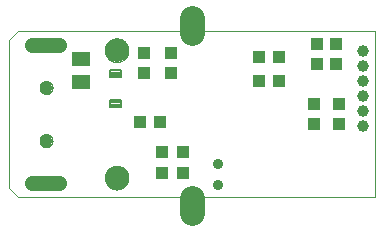
<source format=gbs>
G75*
%MOIN*%
%OFA0B0*%
%FSLAX25Y25*%
%IPPOS*%
%LPD*%
%AMOC8*
5,1,8,0,0,1.08239X$1,22.5*
%
%ADD10C,0.00000*%
%ADD11C,0.07874*%
%ADD12C,0.08268*%
%ADD13R,0.04134X0.04252*%
%ADD14R,0.04252X0.04134*%
%ADD15C,0.00787*%
%ADD16C,0.03562*%
%ADD17R,0.03937X0.04331*%
%ADD18R,0.05906X0.05118*%
%ADD19C,0.04331*%
%ADD20C,0.05000*%
%ADD21C,0.03937*%
%ADD22R,0.04331X0.03937*%
D10*
X0058802Y0013831D02*
X0061802Y0010831D01*
X0180849Y0010831D01*
X0180849Y0065949D01*
X0061802Y0065949D01*
X0058802Y0062949D01*
X0058802Y0013831D01*
X0090691Y0017130D02*
X0090693Y0017255D01*
X0090699Y0017380D01*
X0090709Y0017504D01*
X0090723Y0017628D01*
X0090740Y0017752D01*
X0090762Y0017875D01*
X0090788Y0017997D01*
X0090817Y0018119D01*
X0090850Y0018239D01*
X0090888Y0018358D01*
X0090928Y0018477D01*
X0090973Y0018593D01*
X0091021Y0018708D01*
X0091073Y0018822D01*
X0091129Y0018934D01*
X0091188Y0019044D01*
X0091250Y0019152D01*
X0091316Y0019259D01*
X0091385Y0019363D01*
X0091458Y0019464D01*
X0091533Y0019564D01*
X0091612Y0019661D01*
X0091694Y0019755D01*
X0091779Y0019847D01*
X0091866Y0019936D01*
X0091957Y0020022D01*
X0092050Y0020105D01*
X0092146Y0020186D01*
X0092244Y0020263D01*
X0092344Y0020337D01*
X0092447Y0020408D01*
X0092552Y0020475D01*
X0092660Y0020540D01*
X0092769Y0020600D01*
X0092880Y0020658D01*
X0092993Y0020711D01*
X0093107Y0020761D01*
X0093223Y0020808D01*
X0093340Y0020850D01*
X0093459Y0020889D01*
X0093579Y0020925D01*
X0093700Y0020956D01*
X0093822Y0020984D01*
X0093944Y0021007D01*
X0094068Y0021027D01*
X0094192Y0021043D01*
X0094316Y0021055D01*
X0094441Y0021063D01*
X0094566Y0021067D01*
X0094690Y0021067D01*
X0094815Y0021063D01*
X0094940Y0021055D01*
X0095064Y0021043D01*
X0095188Y0021027D01*
X0095312Y0021007D01*
X0095434Y0020984D01*
X0095556Y0020956D01*
X0095677Y0020925D01*
X0095797Y0020889D01*
X0095916Y0020850D01*
X0096033Y0020808D01*
X0096149Y0020761D01*
X0096263Y0020711D01*
X0096376Y0020658D01*
X0096487Y0020600D01*
X0096597Y0020540D01*
X0096704Y0020475D01*
X0096809Y0020408D01*
X0096912Y0020337D01*
X0097012Y0020263D01*
X0097110Y0020186D01*
X0097206Y0020105D01*
X0097299Y0020022D01*
X0097390Y0019936D01*
X0097477Y0019847D01*
X0097562Y0019755D01*
X0097644Y0019661D01*
X0097723Y0019564D01*
X0097798Y0019464D01*
X0097871Y0019363D01*
X0097940Y0019259D01*
X0098006Y0019152D01*
X0098068Y0019044D01*
X0098127Y0018934D01*
X0098183Y0018822D01*
X0098235Y0018708D01*
X0098283Y0018593D01*
X0098328Y0018477D01*
X0098368Y0018358D01*
X0098406Y0018239D01*
X0098439Y0018119D01*
X0098468Y0017997D01*
X0098494Y0017875D01*
X0098516Y0017752D01*
X0098533Y0017628D01*
X0098547Y0017504D01*
X0098557Y0017380D01*
X0098563Y0017255D01*
X0098565Y0017130D01*
X0098563Y0017005D01*
X0098557Y0016880D01*
X0098547Y0016756D01*
X0098533Y0016632D01*
X0098516Y0016508D01*
X0098494Y0016385D01*
X0098468Y0016263D01*
X0098439Y0016141D01*
X0098406Y0016021D01*
X0098368Y0015902D01*
X0098328Y0015783D01*
X0098283Y0015667D01*
X0098235Y0015552D01*
X0098183Y0015438D01*
X0098127Y0015326D01*
X0098068Y0015216D01*
X0098006Y0015108D01*
X0097940Y0015001D01*
X0097871Y0014897D01*
X0097798Y0014796D01*
X0097723Y0014696D01*
X0097644Y0014599D01*
X0097562Y0014505D01*
X0097477Y0014413D01*
X0097390Y0014324D01*
X0097299Y0014238D01*
X0097206Y0014155D01*
X0097110Y0014074D01*
X0097012Y0013997D01*
X0096912Y0013923D01*
X0096809Y0013852D01*
X0096704Y0013785D01*
X0096596Y0013720D01*
X0096487Y0013660D01*
X0096376Y0013602D01*
X0096263Y0013549D01*
X0096149Y0013499D01*
X0096033Y0013452D01*
X0095916Y0013410D01*
X0095797Y0013371D01*
X0095677Y0013335D01*
X0095556Y0013304D01*
X0095434Y0013276D01*
X0095312Y0013253D01*
X0095188Y0013233D01*
X0095064Y0013217D01*
X0094940Y0013205D01*
X0094815Y0013197D01*
X0094690Y0013193D01*
X0094566Y0013193D01*
X0094441Y0013197D01*
X0094316Y0013205D01*
X0094192Y0013217D01*
X0094068Y0013233D01*
X0093944Y0013253D01*
X0093822Y0013276D01*
X0093700Y0013304D01*
X0093579Y0013335D01*
X0093459Y0013371D01*
X0093340Y0013410D01*
X0093223Y0013452D01*
X0093107Y0013499D01*
X0092993Y0013549D01*
X0092880Y0013602D01*
X0092769Y0013660D01*
X0092659Y0013720D01*
X0092552Y0013785D01*
X0092447Y0013852D01*
X0092344Y0013923D01*
X0092244Y0013997D01*
X0092146Y0014074D01*
X0092050Y0014155D01*
X0091957Y0014238D01*
X0091866Y0014324D01*
X0091779Y0014413D01*
X0091694Y0014505D01*
X0091612Y0014599D01*
X0091533Y0014696D01*
X0091458Y0014796D01*
X0091385Y0014897D01*
X0091316Y0015001D01*
X0091250Y0015108D01*
X0091188Y0015216D01*
X0091129Y0015326D01*
X0091073Y0015438D01*
X0091021Y0015552D01*
X0090973Y0015667D01*
X0090928Y0015783D01*
X0090888Y0015902D01*
X0090850Y0016021D01*
X0090817Y0016141D01*
X0090788Y0016263D01*
X0090762Y0016385D01*
X0090740Y0016508D01*
X0090723Y0016632D01*
X0090709Y0016756D01*
X0090699Y0016880D01*
X0090693Y0017005D01*
X0090691Y0017130D01*
X0068920Y0029472D02*
X0068922Y0029565D01*
X0068928Y0029657D01*
X0068938Y0029749D01*
X0068952Y0029840D01*
X0068969Y0029931D01*
X0068991Y0030021D01*
X0069016Y0030110D01*
X0069045Y0030198D01*
X0069078Y0030284D01*
X0069115Y0030369D01*
X0069155Y0030453D01*
X0069199Y0030534D01*
X0069246Y0030614D01*
X0069296Y0030692D01*
X0069350Y0030767D01*
X0069407Y0030840D01*
X0069467Y0030910D01*
X0069530Y0030978D01*
X0069596Y0031043D01*
X0069664Y0031105D01*
X0069735Y0031165D01*
X0069809Y0031221D01*
X0069885Y0031274D01*
X0069963Y0031323D01*
X0070043Y0031370D01*
X0070125Y0031412D01*
X0070209Y0031452D01*
X0070294Y0031487D01*
X0070381Y0031519D01*
X0070469Y0031548D01*
X0070558Y0031572D01*
X0070648Y0031593D01*
X0070739Y0031609D01*
X0070831Y0031622D01*
X0070923Y0031631D01*
X0071016Y0031636D01*
X0071108Y0031637D01*
X0071201Y0031634D01*
X0071293Y0031627D01*
X0071385Y0031616D01*
X0071476Y0031601D01*
X0071567Y0031583D01*
X0071657Y0031560D01*
X0071745Y0031534D01*
X0071833Y0031504D01*
X0071919Y0031470D01*
X0072003Y0031433D01*
X0072086Y0031391D01*
X0072167Y0031347D01*
X0072247Y0031299D01*
X0072324Y0031248D01*
X0072398Y0031193D01*
X0072471Y0031135D01*
X0072541Y0031075D01*
X0072608Y0031011D01*
X0072672Y0030945D01*
X0072734Y0030875D01*
X0072792Y0030804D01*
X0072847Y0030730D01*
X0072899Y0030653D01*
X0072948Y0030574D01*
X0072994Y0030494D01*
X0073036Y0030411D01*
X0073074Y0030327D01*
X0073109Y0030241D01*
X0073140Y0030154D01*
X0073167Y0030066D01*
X0073190Y0029976D01*
X0073210Y0029886D01*
X0073226Y0029795D01*
X0073238Y0029703D01*
X0073246Y0029611D01*
X0073250Y0029518D01*
X0073250Y0029426D01*
X0073246Y0029333D01*
X0073238Y0029241D01*
X0073226Y0029149D01*
X0073210Y0029058D01*
X0073190Y0028968D01*
X0073167Y0028878D01*
X0073140Y0028790D01*
X0073109Y0028703D01*
X0073074Y0028617D01*
X0073036Y0028533D01*
X0072994Y0028450D01*
X0072948Y0028370D01*
X0072899Y0028291D01*
X0072847Y0028214D01*
X0072792Y0028140D01*
X0072734Y0028069D01*
X0072672Y0027999D01*
X0072608Y0027933D01*
X0072541Y0027869D01*
X0072471Y0027809D01*
X0072398Y0027751D01*
X0072324Y0027696D01*
X0072247Y0027645D01*
X0072168Y0027597D01*
X0072086Y0027553D01*
X0072003Y0027511D01*
X0071919Y0027474D01*
X0071833Y0027440D01*
X0071745Y0027410D01*
X0071657Y0027384D01*
X0071567Y0027361D01*
X0071476Y0027343D01*
X0071385Y0027328D01*
X0071293Y0027317D01*
X0071201Y0027310D01*
X0071108Y0027307D01*
X0071016Y0027308D01*
X0070923Y0027313D01*
X0070831Y0027322D01*
X0070739Y0027335D01*
X0070648Y0027351D01*
X0070558Y0027372D01*
X0070469Y0027396D01*
X0070381Y0027425D01*
X0070294Y0027457D01*
X0070209Y0027492D01*
X0070125Y0027532D01*
X0070043Y0027574D01*
X0069963Y0027621D01*
X0069885Y0027670D01*
X0069809Y0027723D01*
X0069735Y0027779D01*
X0069664Y0027839D01*
X0069596Y0027901D01*
X0069530Y0027966D01*
X0069467Y0028034D01*
X0069407Y0028104D01*
X0069350Y0028177D01*
X0069296Y0028252D01*
X0069246Y0028330D01*
X0069199Y0028410D01*
X0069155Y0028491D01*
X0069115Y0028575D01*
X0069078Y0028660D01*
X0069045Y0028746D01*
X0069016Y0028834D01*
X0068991Y0028923D01*
X0068969Y0029013D01*
X0068952Y0029104D01*
X0068938Y0029195D01*
X0068928Y0029287D01*
X0068922Y0029379D01*
X0068920Y0029472D01*
X0068920Y0047189D02*
X0068922Y0047282D01*
X0068928Y0047374D01*
X0068938Y0047466D01*
X0068952Y0047557D01*
X0068969Y0047648D01*
X0068991Y0047738D01*
X0069016Y0047827D01*
X0069045Y0047915D01*
X0069078Y0048001D01*
X0069115Y0048086D01*
X0069155Y0048170D01*
X0069199Y0048251D01*
X0069246Y0048331D01*
X0069296Y0048409D01*
X0069350Y0048484D01*
X0069407Y0048557D01*
X0069467Y0048627D01*
X0069530Y0048695D01*
X0069596Y0048760D01*
X0069664Y0048822D01*
X0069735Y0048882D01*
X0069809Y0048938D01*
X0069885Y0048991D01*
X0069963Y0049040D01*
X0070043Y0049087D01*
X0070125Y0049129D01*
X0070209Y0049169D01*
X0070294Y0049204D01*
X0070381Y0049236D01*
X0070469Y0049265D01*
X0070558Y0049289D01*
X0070648Y0049310D01*
X0070739Y0049326D01*
X0070831Y0049339D01*
X0070923Y0049348D01*
X0071016Y0049353D01*
X0071108Y0049354D01*
X0071201Y0049351D01*
X0071293Y0049344D01*
X0071385Y0049333D01*
X0071476Y0049318D01*
X0071567Y0049300D01*
X0071657Y0049277D01*
X0071745Y0049251D01*
X0071833Y0049221D01*
X0071919Y0049187D01*
X0072003Y0049150D01*
X0072086Y0049108D01*
X0072167Y0049064D01*
X0072247Y0049016D01*
X0072324Y0048965D01*
X0072398Y0048910D01*
X0072471Y0048852D01*
X0072541Y0048792D01*
X0072608Y0048728D01*
X0072672Y0048662D01*
X0072734Y0048592D01*
X0072792Y0048521D01*
X0072847Y0048447D01*
X0072899Y0048370D01*
X0072948Y0048291D01*
X0072994Y0048211D01*
X0073036Y0048128D01*
X0073074Y0048044D01*
X0073109Y0047958D01*
X0073140Y0047871D01*
X0073167Y0047783D01*
X0073190Y0047693D01*
X0073210Y0047603D01*
X0073226Y0047512D01*
X0073238Y0047420D01*
X0073246Y0047328D01*
X0073250Y0047235D01*
X0073250Y0047143D01*
X0073246Y0047050D01*
X0073238Y0046958D01*
X0073226Y0046866D01*
X0073210Y0046775D01*
X0073190Y0046685D01*
X0073167Y0046595D01*
X0073140Y0046507D01*
X0073109Y0046420D01*
X0073074Y0046334D01*
X0073036Y0046250D01*
X0072994Y0046167D01*
X0072948Y0046087D01*
X0072899Y0046008D01*
X0072847Y0045931D01*
X0072792Y0045857D01*
X0072734Y0045786D01*
X0072672Y0045716D01*
X0072608Y0045650D01*
X0072541Y0045586D01*
X0072471Y0045526D01*
X0072398Y0045468D01*
X0072324Y0045413D01*
X0072247Y0045362D01*
X0072168Y0045314D01*
X0072086Y0045270D01*
X0072003Y0045228D01*
X0071919Y0045191D01*
X0071833Y0045157D01*
X0071745Y0045127D01*
X0071657Y0045101D01*
X0071567Y0045078D01*
X0071476Y0045060D01*
X0071385Y0045045D01*
X0071293Y0045034D01*
X0071201Y0045027D01*
X0071108Y0045024D01*
X0071016Y0045025D01*
X0070923Y0045030D01*
X0070831Y0045039D01*
X0070739Y0045052D01*
X0070648Y0045068D01*
X0070558Y0045089D01*
X0070469Y0045113D01*
X0070381Y0045142D01*
X0070294Y0045174D01*
X0070209Y0045209D01*
X0070125Y0045249D01*
X0070043Y0045291D01*
X0069963Y0045338D01*
X0069885Y0045387D01*
X0069809Y0045440D01*
X0069735Y0045496D01*
X0069664Y0045556D01*
X0069596Y0045618D01*
X0069530Y0045683D01*
X0069467Y0045751D01*
X0069407Y0045821D01*
X0069350Y0045894D01*
X0069296Y0045969D01*
X0069246Y0046047D01*
X0069199Y0046127D01*
X0069155Y0046208D01*
X0069115Y0046292D01*
X0069078Y0046377D01*
X0069045Y0046463D01*
X0069016Y0046551D01*
X0068991Y0046640D01*
X0068969Y0046730D01*
X0068952Y0046821D01*
X0068938Y0046912D01*
X0068928Y0047004D01*
X0068922Y0047096D01*
X0068920Y0047189D01*
X0090691Y0059650D02*
X0090693Y0059775D01*
X0090699Y0059900D01*
X0090709Y0060024D01*
X0090723Y0060148D01*
X0090740Y0060272D01*
X0090762Y0060395D01*
X0090788Y0060517D01*
X0090817Y0060639D01*
X0090850Y0060759D01*
X0090888Y0060878D01*
X0090928Y0060997D01*
X0090973Y0061113D01*
X0091021Y0061228D01*
X0091073Y0061342D01*
X0091129Y0061454D01*
X0091188Y0061564D01*
X0091250Y0061672D01*
X0091316Y0061779D01*
X0091385Y0061883D01*
X0091458Y0061984D01*
X0091533Y0062084D01*
X0091612Y0062181D01*
X0091694Y0062275D01*
X0091779Y0062367D01*
X0091866Y0062456D01*
X0091957Y0062542D01*
X0092050Y0062625D01*
X0092146Y0062706D01*
X0092244Y0062783D01*
X0092344Y0062857D01*
X0092447Y0062928D01*
X0092552Y0062995D01*
X0092660Y0063060D01*
X0092769Y0063120D01*
X0092880Y0063178D01*
X0092993Y0063231D01*
X0093107Y0063281D01*
X0093223Y0063328D01*
X0093340Y0063370D01*
X0093459Y0063409D01*
X0093579Y0063445D01*
X0093700Y0063476D01*
X0093822Y0063504D01*
X0093944Y0063527D01*
X0094068Y0063547D01*
X0094192Y0063563D01*
X0094316Y0063575D01*
X0094441Y0063583D01*
X0094566Y0063587D01*
X0094690Y0063587D01*
X0094815Y0063583D01*
X0094940Y0063575D01*
X0095064Y0063563D01*
X0095188Y0063547D01*
X0095312Y0063527D01*
X0095434Y0063504D01*
X0095556Y0063476D01*
X0095677Y0063445D01*
X0095797Y0063409D01*
X0095916Y0063370D01*
X0096033Y0063328D01*
X0096149Y0063281D01*
X0096263Y0063231D01*
X0096376Y0063178D01*
X0096487Y0063120D01*
X0096597Y0063060D01*
X0096704Y0062995D01*
X0096809Y0062928D01*
X0096912Y0062857D01*
X0097012Y0062783D01*
X0097110Y0062706D01*
X0097206Y0062625D01*
X0097299Y0062542D01*
X0097390Y0062456D01*
X0097477Y0062367D01*
X0097562Y0062275D01*
X0097644Y0062181D01*
X0097723Y0062084D01*
X0097798Y0061984D01*
X0097871Y0061883D01*
X0097940Y0061779D01*
X0098006Y0061672D01*
X0098068Y0061564D01*
X0098127Y0061454D01*
X0098183Y0061342D01*
X0098235Y0061228D01*
X0098283Y0061113D01*
X0098328Y0060997D01*
X0098368Y0060878D01*
X0098406Y0060759D01*
X0098439Y0060639D01*
X0098468Y0060517D01*
X0098494Y0060395D01*
X0098516Y0060272D01*
X0098533Y0060148D01*
X0098547Y0060024D01*
X0098557Y0059900D01*
X0098563Y0059775D01*
X0098565Y0059650D01*
X0098563Y0059525D01*
X0098557Y0059400D01*
X0098547Y0059276D01*
X0098533Y0059152D01*
X0098516Y0059028D01*
X0098494Y0058905D01*
X0098468Y0058783D01*
X0098439Y0058661D01*
X0098406Y0058541D01*
X0098368Y0058422D01*
X0098328Y0058303D01*
X0098283Y0058187D01*
X0098235Y0058072D01*
X0098183Y0057958D01*
X0098127Y0057846D01*
X0098068Y0057736D01*
X0098006Y0057628D01*
X0097940Y0057521D01*
X0097871Y0057417D01*
X0097798Y0057316D01*
X0097723Y0057216D01*
X0097644Y0057119D01*
X0097562Y0057025D01*
X0097477Y0056933D01*
X0097390Y0056844D01*
X0097299Y0056758D01*
X0097206Y0056675D01*
X0097110Y0056594D01*
X0097012Y0056517D01*
X0096912Y0056443D01*
X0096809Y0056372D01*
X0096704Y0056305D01*
X0096596Y0056240D01*
X0096487Y0056180D01*
X0096376Y0056122D01*
X0096263Y0056069D01*
X0096149Y0056019D01*
X0096033Y0055972D01*
X0095916Y0055930D01*
X0095797Y0055891D01*
X0095677Y0055855D01*
X0095556Y0055824D01*
X0095434Y0055796D01*
X0095312Y0055773D01*
X0095188Y0055753D01*
X0095064Y0055737D01*
X0094940Y0055725D01*
X0094815Y0055717D01*
X0094690Y0055713D01*
X0094566Y0055713D01*
X0094441Y0055717D01*
X0094316Y0055725D01*
X0094192Y0055737D01*
X0094068Y0055753D01*
X0093944Y0055773D01*
X0093822Y0055796D01*
X0093700Y0055824D01*
X0093579Y0055855D01*
X0093459Y0055891D01*
X0093340Y0055930D01*
X0093223Y0055972D01*
X0093107Y0056019D01*
X0092993Y0056069D01*
X0092880Y0056122D01*
X0092769Y0056180D01*
X0092659Y0056240D01*
X0092552Y0056305D01*
X0092447Y0056372D01*
X0092344Y0056443D01*
X0092244Y0056517D01*
X0092146Y0056594D01*
X0092050Y0056675D01*
X0091957Y0056758D01*
X0091866Y0056844D01*
X0091779Y0056933D01*
X0091694Y0057025D01*
X0091612Y0057119D01*
X0091533Y0057216D01*
X0091458Y0057316D01*
X0091385Y0057417D01*
X0091316Y0057521D01*
X0091250Y0057628D01*
X0091188Y0057736D01*
X0091129Y0057846D01*
X0091073Y0057958D01*
X0091021Y0058072D01*
X0090973Y0058187D01*
X0090928Y0058303D01*
X0090888Y0058422D01*
X0090850Y0058541D01*
X0090817Y0058661D01*
X0090788Y0058783D01*
X0090762Y0058905D01*
X0090740Y0059028D01*
X0090723Y0059152D01*
X0090709Y0059276D01*
X0090699Y0059400D01*
X0090693Y0059525D01*
X0090691Y0059650D01*
D11*
X0094628Y0059650D03*
X0094628Y0017130D03*
D12*
X0119825Y0010331D02*
X0119825Y0005331D01*
X0119825Y0065331D02*
X0119825Y0070331D01*
D13*
X0116746Y0025831D03*
X0109857Y0025831D03*
X0109857Y0018831D03*
X0116746Y0018831D03*
D14*
X0112802Y0051886D03*
X0103802Y0051886D03*
X0103802Y0058776D03*
X0112802Y0058776D03*
X0161302Y0061776D03*
X0167802Y0061776D03*
X0167802Y0054886D03*
X0161302Y0054886D03*
D15*
X0096074Y0052934D02*
X0096074Y0050570D01*
X0092530Y0050570D01*
X0092530Y0052934D01*
X0096074Y0052934D01*
X0096074Y0051356D02*
X0092530Y0051356D01*
X0092530Y0052142D02*
X0096074Y0052142D01*
X0096074Y0052928D02*
X0092530Y0052928D01*
X0096074Y0043091D02*
X0096074Y0040727D01*
X0092530Y0040727D01*
X0092530Y0043091D01*
X0096074Y0043091D01*
X0096074Y0041513D02*
X0092530Y0041513D01*
X0092530Y0042299D02*
X0096074Y0042299D01*
X0096074Y0043085D02*
X0092530Y0043085D01*
D16*
X0128302Y0021831D03*
X0128302Y0014831D03*
D17*
X0109148Y0035831D03*
X0102455Y0035831D03*
X0141955Y0049331D03*
X0148648Y0049331D03*
X0148648Y0057331D03*
X0141955Y0057331D03*
D18*
X0082802Y0056571D03*
X0082802Y0049091D03*
D19*
X0071085Y0047189D03*
X0071085Y0029472D03*
D20*
X0075302Y0015331D02*
X0066302Y0015331D01*
X0066302Y0061331D02*
X0075302Y0061331D01*
D21*
X0176802Y0059331D03*
X0176802Y0054331D03*
X0176802Y0049331D03*
X0176802Y0044331D03*
X0176802Y0039331D03*
X0176802Y0034331D03*
D22*
X0168802Y0034984D03*
X0160302Y0034984D03*
X0160302Y0041677D03*
X0168802Y0041677D03*
M02*

</source>
